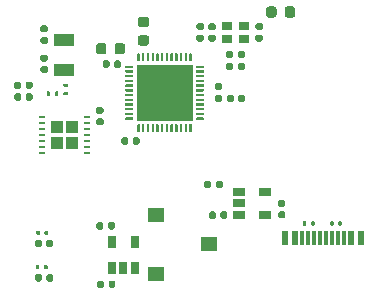
<source format=gtp>
G04 #@! TF.GenerationSoftware,KiCad,Pcbnew,(5.1.6)-1*
G04 #@! TF.CreationDate,2021-04-21T10:38:01+02:00*
G04 #@! TF.ProjectId,LactateStat_v1,4c616374-6174-4655-9374-61745f76312e,rev?*
G04 #@! TF.SameCoordinates,Original*
G04 #@! TF.FileFunction,Paste,Top*
G04 #@! TF.FilePolarity,Positive*
%FSLAX46Y46*%
G04 Gerber Fmt 4.6, Leading zero omitted, Abs format (unit mm)*
G04 Created by KiCad (PCBNEW (5.1.6)-1) date 2021-04-21 10:38:01*
%MOMM*%
%LPD*%
G01*
G04 APERTURE LIST*
%ADD10R,4.700000X4.700000*%
%ADD11R,1.800000X1.000000*%
%ADD12R,0.900000X0.800000*%
%ADD13R,0.600000X1.150000*%
%ADD14R,0.300000X1.150000*%
%ADD15R,1.400000X1.200000*%
%ADD16R,1.060000X0.650000*%
%ADD17R,0.650000X1.060000*%
%ADD18R,0.600000X0.250000*%
%ADD19R,1.050000X1.050000*%
G04 APERTURE END LIST*
G36*
G01*
X144234000Y-101699500D02*
X144234000Y-101900500D01*
G75*
G02*
X144154500Y-101980000I-79500J0D01*
G01*
X143995500Y-101980000D01*
G75*
G02*
X143916000Y-101900500I0J79500D01*
G01*
X143916000Y-101699500D01*
G75*
G02*
X143995500Y-101620000I79500J0D01*
G01*
X144154500Y-101620000D01*
G75*
G02*
X144234000Y-101699500I0J-79500D01*
G01*
G37*
G36*
G01*
X144924000Y-101699500D02*
X144924000Y-101900500D01*
G75*
G02*
X144844500Y-101980000I-79500J0D01*
G01*
X144685500Y-101980000D01*
G75*
G02*
X144606000Y-101900500I0J79500D01*
G01*
X144606000Y-101699500D01*
G75*
G02*
X144685500Y-101620000I79500J0D01*
G01*
X144844500Y-101620000D01*
G75*
G02*
X144924000Y-101699500I0J-79500D01*
G01*
G37*
G36*
G01*
X144566000Y-104800500D02*
X144566000Y-104599500D01*
G75*
G02*
X144645500Y-104520000I79500J0D01*
G01*
X144804500Y-104520000D01*
G75*
G02*
X144884000Y-104599500I0J-79500D01*
G01*
X144884000Y-104800500D01*
G75*
G02*
X144804500Y-104880000I-79500J0D01*
G01*
X144645500Y-104880000D01*
G75*
G02*
X144566000Y-104800500I0J79500D01*
G01*
G37*
G36*
G01*
X143876000Y-104800500D02*
X143876000Y-104599500D01*
G75*
G02*
X143955500Y-104520000I79500J0D01*
G01*
X144114500Y-104520000D01*
G75*
G02*
X144194000Y-104599500I0J-79500D01*
G01*
X144194000Y-104800500D01*
G75*
G02*
X144114500Y-104880000I-79500J0D01*
G01*
X143955500Y-104880000D01*
G75*
G02*
X143876000Y-104800500I0J79500D01*
G01*
G37*
G36*
G01*
X144395000Y-102527500D02*
X144395000Y-102872500D01*
G75*
G02*
X144247500Y-103020000I-147500J0D01*
G01*
X143952500Y-103020000D01*
G75*
G02*
X143805000Y-102872500I0J147500D01*
G01*
X143805000Y-102527500D01*
G75*
G02*
X143952500Y-102380000I147500J0D01*
G01*
X144247500Y-102380000D01*
G75*
G02*
X144395000Y-102527500I0J-147500D01*
G01*
G37*
G36*
G01*
X145365000Y-102527500D02*
X145365000Y-102872500D01*
G75*
G02*
X145217500Y-103020000I-147500J0D01*
G01*
X144922500Y-103020000D01*
G75*
G02*
X144775000Y-102872500I0J147500D01*
G01*
X144775000Y-102527500D01*
G75*
G02*
X144922500Y-102380000I147500J0D01*
G01*
X145217500Y-102380000D01*
G75*
G02*
X145365000Y-102527500I0J-147500D01*
G01*
G37*
G36*
G01*
X144775000Y-105772500D02*
X144775000Y-105427500D01*
G75*
G02*
X144922500Y-105280000I147500J0D01*
G01*
X145217500Y-105280000D01*
G75*
G02*
X145365000Y-105427500I0J-147500D01*
G01*
X145365000Y-105772500D01*
G75*
G02*
X145217500Y-105920000I-147500J0D01*
G01*
X144922500Y-105920000D01*
G75*
G02*
X144775000Y-105772500I0J147500D01*
G01*
G37*
G36*
G01*
X143805000Y-105772500D02*
X143805000Y-105427500D01*
G75*
G02*
X143952500Y-105280000I147500J0D01*
G01*
X144247500Y-105280000D01*
G75*
G02*
X144395000Y-105427500I0J-147500D01*
G01*
X144395000Y-105772500D01*
G75*
G02*
X144247500Y-105920000I-147500J0D01*
G01*
X143952500Y-105920000D01*
G75*
G02*
X143805000Y-105772500I0J147500D01*
G01*
G37*
G36*
G01*
X169094000Y-100899500D02*
X169094000Y-101100500D01*
G75*
G02*
X169014500Y-101180000I-79500J0D01*
G01*
X168855500Y-101180000D01*
G75*
G02*
X168776000Y-101100500I0J79500D01*
G01*
X168776000Y-100899500D01*
G75*
G02*
X168855500Y-100820000I79500J0D01*
G01*
X169014500Y-100820000D01*
G75*
G02*
X169094000Y-100899500I0J-79500D01*
G01*
G37*
G36*
G01*
X169784000Y-100899500D02*
X169784000Y-101100500D01*
G75*
G02*
X169704500Y-101180000I-79500J0D01*
G01*
X169545500Y-101180000D01*
G75*
G02*
X169466000Y-101100500I0J79500D01*
G01*
X169466000Y-100899500D01*
G75*
G02*
X169545500Y-100820000I79500J0D01*
G01*
X169704500Y-100820000D01*
G75*
G02*
X169784000Y-100899500I0J-79500D01*
G01*
G37*
G36*
G01*
X167166000Y-101100500D02*
X167166000Y-100899500D01*
G75*
G02*
X167245500Y-100820000I79500J0D01*
G01*
X167404500Y-100820000D01*
G75*
G02*
X167484000Y-100899500I0J-79500D01*
G01*
X167484000Y-101100500D01*
G75*
G02*
X167404500Y-101180000I-79500J0D01*
G01*
X167245500Y-101180000D01*
G75*
G02*
X167166000Y-101100500I0J79500D01*
G01*
G37*
G36*
G01*
X166476000Y-101100500D02*
X166476000Y-100899500D01*
G75*
G02*
X166555500Y-100820000I79500J0D01*
G01*
X166714500Y-100820000D01*
G75*
G02*
X166794000Y-100899500I0J-79500D01*
G01*
X166794000Y-101100500D01*
G75*
G02*
X166714500Y-101180000I-79500J0D01*
G01*
X166555500Y-101180000D01*
G75*
G02*
X166476000Y-101100500I0J79500D01*
G01*
G37*
G36*
G01*
X144772500Y-84810000D02*
X144427500Y-84810000D01*
G75*
G02*
X144280000Y-84662500I0J147500D01*
G01*
X144280000Y-84367500D01*
G75*
G02*
X144427500Y-84220000I147500J0D01*
G01*
X144772500Y-84220000D01*
G75*
G02*
X144920000Y-84367500I0J-147500D01*
G01*
X144920000Y-84662500D01*
G75*
G02*
X144772500Y-84810000I-147500J0D01*
G01*
G37*
G36*
G01*
X144772500Y-85780000D02*
X144427500Y-85780000D01*
G75*
G02*
X144280000Y-85632500I0J147500D01*
G01*
X144280000Y-85337500D01*
G75*
G02*
X144427500Y-85190000I147500J0D01*
G01*
X144772500Y-85190000D01*
G75*
G02*
X144920000Y-85337500I0J-147500D01*
G01*
X144920000Y-85632500D01*
G75*
G02*
X144772500Y-85780000I-147500J0D01*
G01*
G37*
G36*
G01*
X144772500Y-88265000D02*
X144427500Y-88265000D01*
G75*
G02*
X144280000Y-88117500I0J147500D01*
G01*
X144280000Y-87822500D01*
G75*
G02*
X144427500Y-87675000I147500J0D01*
G01*
X144772500Y-87675000D01*
G75*
G02*
X144920000Y-87822500I0J-147500D01*
G01*
X144920000Y-88117500D01*
G75*
G02*
X144772500Y-88265000I-147500J0D01*
G01*
G37*
G36*
G01*
X144772500Y-87295000D02*
X144427500Y-87295000D01*
G75*
G02*
X144280000Y-87147500I0J147500D01*
G01*
X144280000Y-86852500D01*
G75*
G02*
X144427500Y-86705000I147500J0D01*
G01*
X144772500Y-86705000D01*
G75*
G02*
X144920000Y-86852500I0J-147500D01*
G01*
X144920000Y-87147500D01*
G75*
G02*
X144772500Y-87295000I-147500J0D01*
G01*
G37*
G36*
G01*
X151095000Y-87327500D02*
X151095000Y-87672500D01*
G75*
G02*
X150947500Y-87820000I-147500J0D01*
G01*
X150652500Y-87820000D01*
G75*
G02*
X150505000Y-87672500I0J147500D01*
G01*
X150505000Y-87327500D01*
G75*
G02*
X150652500Y-87180000I147500J0D01*
G01*
X150947500Y-87180000D01*
G75*
G02*
X151095000Y-87327500I0J-147500D01*
G01*
G37*
G36*
G01*
X150125000Y-87327500D02*
X150125000Y-87672500D01*
G75*
G02*
X149977500Y-87820000I-147500J0D01*
G01*
X149682500Y-87820000D01*
G75*
G02*
X149535000Y-87672500I0J147500D01*
G01*
X149535000Y-87327500D01*
G75*
G02*
X149682500Y-87180000I147500J0D01*
G01*
X149977500Y-87180000D01*
G75*
G02*
X150125000Y-87327500I0J-147500D01*
G01*
G37*
G36*
G01*
X152680000Y-93827500D02*
X152680000Y-94172500D01*
G75*
G02*
X152532500Y-94320000I-147500J0D01*
G01*
X152237500Y-94320000D01*
G75*
G02*
X152090000Y-94172500I0J147500D01*
G01*
X152090000Y-93827500D01*
G75*
G02*
X152237500Y-93680000I147500J0D01*
G01*
X152532500Y-93680000D01*
G75*
G02*
X152680000Y-93827500I0J-147500D01*
G01*
G37*
G36*
G01*
X151710000Y-93827500D02*
X151710000Y-94172500D01*
G75*
G02*
X151562500Y-94320000I-147500J0D01*
G01*
X151267500Y-94320000D01*
G75*
G02*
X151120000Y-94172500I0J147500D01*
G01*
X151120000Y-93827500D01*
G75*
G02*
X151267500Y-93680000I147500J0D01*
G01*
X151562500Y-93680000D01*
G75*
G02*
X151710000Y-93827500I0J-147500D01*
G01*
G37*
G36*
G01*
X151437500Y-85943750D02*
X151437500Y-86456250D01*
G75*
G02*
X151218750Y-86675000I-218750J0D01*
G01*
X150781250Y-86675000D01*
G75*
G02*
X150562500Y-86456250I0J218750D01*
G01*
X150562500Y-85943750D01*
G75*
G02*
X150781250Y-85725000I218750J0D01*
G01*
X151218750Y-85725000D01*
G75*
G02*
X151437500Y-85943750I0J-218750D01*
G01*
G37*
G36*
G01*
X149862500Y-85943750D02*
X149862500Y-86456250D01*
G75*
G02*
X149643750Y-86675000I-218750J0D01*
G01*
X149206250Y-86675000D01*
G75*
G02*
X148987500Y-86456250I0J218750D01*
G01*
X148987500Y-85943750D01*
G75*
G02*
X149206250Y-85725000I218750J0D01*
G01*
X149643750Y-85725000D01*
G75*
G02*
X149862500Y-85943750I0J-218750D01*
G01*
G37*
G36*
G01*
X153256250Y-84362500D02*
X152743750Y-84362500D01*
G75*
G02*
X152525000Y-84143750I0J218750D01*
G01*
X152525000Y-83706250D01*
G75*
G02*
X152743750Y-83487500I218750J0D01*
G01*
X153256250Y-83487500D01*
G75*
G02*
X153475000Y-83706250I0J-218750D01*
G01*
X153475000Y-84143750D01*
G75*
G02*
X153256250Y-84362500I-218750J0D01*
G01*
G37*
G36*
G01*
X153256250Y-85937500D02*
X152743750Y-85937500D01*
G75*
G02*
X152525000Y-85718750I0J218750D01*
G01*
X152525000Y-85281250D01*
G75*
G02*
X152743750Y-85062500I218750J0D01*
G01*
X153256250Y-85062500D01*
G75*
G02*
X153475000Y-85281250I0J-218750D01*
G01*
X153475000Y-85718750D01*
G75*
G02*
X153256250Y-85937500I-218750J0D01*
G01*
G37*
G36*
G01*
X157972500Y-84625000D02*
X157627500Y-84625000D01*
G75*
G02*
X157480000Y-84477500I0J147500D01*
G01*
X157480000Y-84182500D01*
G75*
G02*
X157627500Y-84035000I147500J0D01*
G01*
X157972500Y-84035000D01*
G75*
G02*
X158120000Y-84182500I0J-147500D01*
G01*
X158120000Y-84477500D01*
G75*
G02*
X157972500Y-84625000I-147500J0D01*
G01*
G37*
G36*
G01*
X157972500Y-85595000D02*
X157627500Y-85595000D01*
G75*
G02*
X157480000Y-85447500I0J147500D01*
G01*
X157480000Y-85152500D01*
G75*
G02*
X157627500Y-85005000I147500J0D01*
G01*
X157972500Y-85005000D01*
G75*
G02*
X158120000Y-85152500I0J-147500D01*
G01*
X158120000Y-85447500D01*
G75*
G02*
X157972500Y-85595000I-147500J0D01*
G01*
G37*
G36*
G01*
X160005000Y-86872500D02*
X160005000Y-86527500D01*
G75*
G02*
X160152500Y-86380000I147500J0D01*
G01*
X160447500Y-86380000D01*
G75*
G02*
X160595000Y-86527500I0J-147500D01*
G01*
X160595000Y-86872500D01*
G75*
G02*
X160447500Y-87020000I-147500J0D01*
G01*
X160152500Y-87020000D01*
G75*
G02*
X160005000Y-86872500I0J147500D01*
G01*
G37*
G36*
G01*
X160975000Y-86872500D02*
X160975000Y-86527500D01*
G75*
G02*
X161122500Y-86380000I147500J0D01*
G01*
X161417500Y-86380000D01*
G75*
G02*
X161565000Y-86527500I0J-147500D01*
G01*
X161565000Y-86872500D01*
G75*
G02*
X161417500Y-87020000I-147500J0D01*
G01*
X161122500Y-87020000D01*
G75*
G02*
X160975000Y-86872500I0J147500D01*
G01*
G37*
G36*
G01*
X160975000Y-87872500D02*
X160975000Y-87527500D01*
G75*
G02*
X161122500Y-87380000I147500J0D01*
G01*
X161417500Y-87380000D01*
G75*
G02*
X161565000Y-87527500I0J-147500D01*
G01*
X161565000Y-87872500D01*
G75*
G02*
X161417500Y-88020000I-147500J0D01*
G01*
X161122500Y-88020000D01*
G75*
G02*
X160975000Y-87872500I0J147500D01*
G01*
G37*
G36*
G01*
X160005000Y-87872500D02*
X160005000Y-87527500D01*
G75*
G02*
X160152500Y-87380000I147500J0D01*
G01*
X160447500Y-87380000D01*
G75*
G02*
X160595000Y-87527500I0J-147500D01*
G01*
X160595000Y-87872500D01*
G75*
G02*
X160447500Y-88020000I-147500J0D01*
G01*
X160152500Y-88020000D01*
G75*
G02*
X160005000Y-87872500I0J147500D01*
G01*
G37*
G36*
G01*
X159522500Y-90695000D02*
X159177500Y-90695000D01*
G75*
G02*
X159030000Y-90547500I0J147500D01*
G01*
X159030000Y-90252500D01*
G75*
G02*
X159177500Y-90105000I147500J0D01*
G01*
X159522500Y-90105000D01*
G75*
G02*
X159670000Y-90252500I0J-147500D01*
G01*
X159670000Y-90547500D01*
G75*
G02*
X159522500Y-90695000I-147500J0D01*
G01*
G37*
G36*
G01*
X159522500Y-89725000D02*
X159177500Y-89725000D01*
G75*
G02*
X159030000Y-89577500I0J147500D01*
G01*
X159030000Y-89282500D01*
G75*
G02*
X159177500Y-89135000I147500J0D01*
G01*
X159522500Y-89135000D01*
G75*
G02*
X159670000Y-89282500I0J-147500D01*
G01*
X159670000Y-89577500D01*
G75*
G02*
X159522500Y-89725000I-147500J0D01*
G01*
G37*
G36*
G01*
X164262500Y-82843750D02*
X164262500Y-83356250D01*
G75*
G02*
X164043750Y-83575000I-218750J0D01*
G01*
X163606250Y-83575000D01*
G75*
G02*
X163387500Y-83356250I0J218750D01*
G01*
X163387500Y-82843750D01*
G75*
G02*
X163606250Y-82625000I218750J0D01*
G01*
X164043750Y-82625000D01*
G75*
G02*
X164262500Y-82843750I0J-218750D01*
G01*
G37*
G36*
G01*
X165837500Y-82843750D02*
X165837500Y-83356250D01*
G75*
G02*
X165618750Y-83575000I-218750J0D01*
G01*
X165181250Y-83575000D01*
G75*
G02*
X164962500Y-83356250I0J218750D01*
G01*
X164962500Y-82843750D01*
G75*
G02*
X165181250Y-82625000I218750J0D01*
G01*
X165618750Y-82625000D01*
G75*
G02*
X165837500Y-82843750I0J-218750D01*
G01*
G37*
G36*
G01*
X158627500Y-84035000D02*
X158972500Y-84035000D01*
G75*
G02*
X159120000Y-84182500I0J-147500D01*
G01*
X159120000Y-84477500D01*
G75*
G02*
X158972500Y-84625000I-147500J0D01*
G01*
X158627500Y-84625000D01*
G75*
G02*
X158480000Y-84477500I0J147500D01*
G01*
X158480000Y-84182500D01*
G75*
G02*
X158627500Y-84035000I147500J0D01*
G01*
G37*
G36*
G01*
X158627500Y-85005000D02*
X158972500Y-85005000D01*
G75*
G02*
X159120000Y-85152500I0J-147500D01*
G01*
X159120000Y-85447500D01*
G75*
G02*
X158972500Y-85595000I-147500J0D01*
G01*
X158627500Y-85595000D01*
G75*
G02*
X158480000Y-85447500I0J147500D01*
G01*
X158480000Y-85152500D01*
G75*
G02*
X158627500Y-85005000I147500J0D01*
G01*
G37*
G36*
G01*
X162972500Y-84625000D02*
X162627500Y-84625000D01*
G75*
G02*
X162480000Y-84477500I0J147500D01*
G01*
X162480000Y-84182500D01*
G75*
G02*
X162627500Y-84035000I147500J0D01*
G01*
X162972500Y-84035000D01*
G75*
G02*
X163120000Y-84182500I0J-147500D01*
G01*
X163120000Y-84477500D01*
G75*
G02*
X162972500Y-84625000I-147500J0D01*
G01*
G37*
G36*
G01*
X162972500Y-85595000D02*
X162627500Y-85595000D01*
G75*
G02*
X162480000Y-85447500I0J147500D01*
G01*
X162480000Y-85152500D01*
G75*
G02*
X162627500Y-85005000I147500J0D01*
G01*
X162972500Y-85005000D01*
G75*
G02*
X163120000Y-85152500I0J-147500D01*
G01*
X163120000Y-85447500D01*
G75*
G02*
X162972500Y-85595000I-147500J0D01*
G01*
G37*
G36*
G01*
X160055000Y-90572500D02*
X160055000Y-90227500D01*
G75*
G02*
X160202500Y-90080000I147500J0D01*
G01*
X160497500Y-90080000D01*
G75*
G02*
X160645000Y-90227500I0J-147500D01*
G01*
X160645000Y-90572500D01*
G75*
G02*
X160497500Y-90720000I-147500J0D01*
G01*
X160202500Y-90720000D01*
G75*
G02*
X160055000Y-90572500I0J147500D01*
G01*
G37*
G36*
G01*
X161025000Y-90572500D02*
X161025000Y-90227500D01*
G75*
G02*
X161172500Y-90080000I147500J0D01*
G01*
X161467500Y-90080000D01*
G75*
G02*
X161615000Y-90227500I0J-147500D01*
G01*
X161615000Y-90572500D01*
G75*
G02*
X161467500Y-90720000I-147500J0D01*
G01*
X161172500Y-90720000D01*
G75*
G02*
X161025000Y-90572500I0J147500D01*
G01*
G37*
D10*
X154784001Y-89925000D03*
G36*
G01*
X152514001Y-86600000D02*
X152654001Y-86600000D01*
G75*
G02*
X152684001Y-86630000I0J-30000D01*
G01*
X152684001Y-87220000D01*
G75*
G02*
X152654001Y-87250000I-30000J0D01*
G01*
X152514001Y-87250000D01*
G75*
G02*
X152484001Y-87220000I0J30000D01*
G01*
X152484001Y-86630000D01*
G75*
G02*
X152514001Y-86600000I30000J0D01*
G01*
G37*
G36*
G01*
X152914001Y-86600000D02*
X153054001Y-86600000D01*
G75*
G02*
X153084001Y-86630000I0J-30000D01*
G01*
X153084001Y-87220000D01*
G75*
G02*
X153054001Y-87250000I-30000J0D01*
G01*
X152914001Y-87250000D01*
G75*
G02*
X152884001Y-87220000I0J30000D01*
G01*
X152884001Y-86630000D01*
G75*
G02*
X152914001Y-86600000I30000J0D01*
G01*
G37*
G36*
G01*
X153314001Y-86600000D02*
X153454001Y-86600000D01*
G75*
G02*
X153484001Y-86630000I0J-30000D01*
G01*
X153484001Y-87220000D01*
G75*
G02*
X153454001Y-87250000I-30000J0D01*
G01*
X153314001Y-87250000D01*
G75*
G02*
X153284001Y-87220000I0J30000D01*
G01*
X153284001Y-86630000D01*
G75*
G02*
X153314001Y-86600000I30000J0D01*
G01*
G37*
G36*
G01*
X153714001Y-86600000D02*
X153854001Y-86600000D01*
G75*
G02*
X153884001Y-86630000I0J-30000D01*
G01*
X153884001Y-87220000D01*
G75*
G02*
X153854001Y-87250000I-30000J0D01*
G01*
X153714001Y-87250000D01*
G75*
G02*
X153684001Y-87220000I0J30000D01*
G01*
X153684001Y-86630000D01*
G75*
G02*
X153714001Y-86600000I30000J0D01*
G01*
G37*
G36*
G01*
X154114001Y-86600000D02*
X154254001Y-86600000D01*
G75*
G02*
X154284001Y-86630000I0J-30000D01*
G01*
X154284001Y-87220000D01*
G75*
G02*
X154254001Y-87250000I-30000J0D01*
G01*
X154114001Y-87250000D01*
G75*
G02*
X154084001Y-87220000I0J30000D01*
G01*
X154084001Y-86630000D01*
G75*
G02*
X154114001Y-86600000I30000J0D01*
G01*
G37*
G36*
G01*
X154514001Y-86600000D02*
X154654001Y-86600000D01*
G75*
G02*
X154684001Y-86630000I0J-30000D01*
G01*
X154684001Y-87220000D01*
G75*
G02*
X154654001Y-87250000I-30000J0D01*
G01*
X154514001Y-87250000D01*
G75*
G02*
X154484001Y-87220000I0J30000D01*
G01*
X154484001Y-86630000D01*
G75*
G02*
X154514001Y-86600000I30000J0D01*
G01*
G37*
G36*
G01*
X154914001Y-86600000D02*
X155054001Y-86600000D01*
G75*
G02*
X155084001Y-86630000I0J-30000D01*
G01*
X155084001Y-87220000D01*
G75*
G02*
X155054001Y-87250000I-30000J0D01*
G01*
X154914001Y-87250000D01*
G75*
G02*
X154884001Y-87220000I0J30000D01*
G01*
X154884001Y-86630000D01*
G75*
G02*
X154914001Y-86600000I30000J0D01*
G01*
G37*
G36*
G01*
X155314001Y-86600000D02*
X155454001Y-86600000D01*
G75*
G02*
X155484001Y-86630000I0J-30000D01*
G01*
X155484001Y-87220000D01*
G75*
G02*
X155454001Y-87250000I-30000J0D01*
G01*
X155314001Y-87250000D01*
G75*
G02*
X155284001Y-87220000I0J30000D01*
G01*
X155284001Y-86630000D01*
G75*
G02*
X155314001Y-86600000I30000J0D01*
G01*
G37*
G36*
G01*
X155714001Y-86600000D02*
X155854001Y-86600000D01*
G75*
G02*
X155884001Y-86630000I0J-30000D01*
G01*
X155884001Y-87220000D01*
G75*
G02*
X155854001Y-87250000I-30000J0D01*
G01*
X155714001Y-87250000D01*
G75*
G02*
X155684001Y-87220000I0J30000D01*
G01*
X155684001Y-86630000D01*
G75*
G02*
X155714001Y-86600000I30000J0D01*
G01*
G37*
G36*
G01*
X156114001Y-86600000D02*
X156254001Y-86600000D01*
G75*
G02*
X156284001Y-86630000I0J-30000D01*
G01*
X156284001Y-87220000D01*
G75*
G02*
X156254001Y-87250000I-30000J0D01*
G01*
X156114001Y-87250000D01*
G75*
G02*
X156084001Y-87220000I0J30000D01*
G01*
X156084001Y-86630000D01*
G75*
G02*
X156114001Y-86600000I30000J0D01*
G01*
G37*
G36*
G01*
X156514001Y-86600000D02*
X156654001Y-86600000D01*
G75*
G02*
X156684001Y-86630000I0J-30000D01*
G01*
X156684001Y-87220000D01*
G75*
G02*
X156654001Y-87250000I-30000J0D01*
G01*
X156514001Y-87250000D01*
G75*
G02*
X156484001Y-87220000I0J30000D01*
G01*
X156484001Y-86630000D01*
G75*
G02*
X156514001Y-86600000I30000J0D01*
G01*
G37*
G36*
G01*
X156914001Y-86600000D02*
X157054001Y-86600000D01*
G75*
G02*
X157084001Y-86630000I0J-30000D01*
G01*
X157084001Y-87220000D01*
G75*
G02*
X157054001Y-87250000I-30000J0D01*
G01*
X156914001Y-87250000D01*
G75*
G02*
X156884001Y-87220000I0J30000D01*
G01*
X156884001Y-86630000D01*
G75*
G02*
X156914001Y-86600000I30000J0D01*
G01*
G37*
G36*
G01*
X158109001Y-87655000D02*
X158109001Y-87795000D01*
G75*
G02*
X158079001Y-87825000I-30000J0D01*
G01*
X157489001Y-87825000D01*
G75*
G02*
X157459001Y-87795000I0J30000D01*
G01*
X157459001Y-87655000D01*
G75*
G02*
X157489001Y-87625000I30000J0D01*
G01*
X158079001Y-87625000D01*
G75*
G02*
X158109001Y-87655000I0J-30000D01*
G01*
G37*
G36*
G01*
X158109001Y-88055000D02*
X158109001Y-88195000D01*
G75*
G02*
X158079001Y-88225000I-30000J0D01*
G01*
X157489001Y-88225000D01*
G75*
G02*
X157459001Y-88195000I0J30000D01*
G01*
X157459001Y-88055000D01*
G75*
G02*
X157489001Y-88025000I30000J0D01*
G01*
X158079001Y-88025000D01*
G75*
G02*
X158109001Y-88055000I0J-30000D01*
G01*
G37*
G36*
G01*
X158109001Y-88455000D02*
X158109001Y-88595000D01*
G75*
G02*
X158079001Y-88625000I-30000J0D01*
G01*
X157489001Y-88625000D01*
G75*
G02*
X157459001Y-88595000I0J30000D01*
G01*
X157459001Y-88455000D01*
G75*
G02*
X157489001Y-88425000I30000J0D01*
G01*
X158079001Y-88425000D01*
G75*
G02*
X158109001Y-88455000I0J-30000D01*
G01*
G37*
G36*
G01*
X158109001Y-88855000D02*
X158109001Y-88995000D01*
G75*
G02*
X158079001Y-89025000I-30000J0D01*
G01*
X157489001Y-89025000D01*
G75*
G02*
X157459001Y-88995000I0J30000D01*
G01*
X157459001Y-88855000D01*
G75*
G02*
X157489001Y-88825000I30000J0D01*
G01*
X158079001Y-88825000D01*
G75*
G02*
X158109001Y-88855000I0J-30000D01*
G01*
G37*
G36*
G01*
X158109001Y-89255000D02*
X158109001Y-89395000D01*
G75*
G02*
X158079001Y-89425000I-30000J0D01*
G01*
X157489001Y-89425000D01*
G75*
G02*
X157459001Y-89395000I0J30000D01*
G01*
X157459001Y-89255000D01*
G75*
G02*
X157489001Y-89225000I30000J0D01*
G01*
X158079001Y-89225000D01*
G75*
G02*
X158109001Y-89255000I0J-30000D01*
G01*
G37*
G36*
G01*
X158109001Y-89655000D02*
X158109001Y-89795000D01*
G75*
G02*
X158079001Y-89825000I-30000J0D01*
G01*
X157489001Y-89825000D01*
G75*
G02*
X157459001Y-89795000I0J30000D01*
G01*
X157459001Y-89655000D01*
G75*
G02*
X157489001Y-89625000I30000J0D01*
G01*
X158079001Y-89625000D01*
G75*
G02*
X158109001Y-89655000I0J-30000D01*
G01*
G37*
G36*
G01*
X158109001Y-90055000D02*
X158109001Y-90195000D01*
G75*
G02*
X158079001Y-90225000I-30000J0D01*
G01*
X157489001Y-90225000D01*
G75*
G02*
X157459001Y-90195000I0J30000D01*
G01*
X157459001Y-90055000D01*
G75*
G02*
X157489001Y-90025000I30000J0D01*
G01*
X158079001Y-90025000D01*
G75*
G02*
X158109001Y-90055000I0J-30000D01*
G01*
G37*
G36*
G01*
X158109001Y-90455000D02*
X158109001Y-90595000D01*
G75*
G02*
X158079001Y-90625000I-30000J0D01*
G01*
X157489001Y-90625000D01*
G75*
G02*
X157459001Y-90595000I0J30000D01*
G01*
X157459001Y-90455000D01*
G75*
G02*
X157489001Y-90425000I30000J0D01*
G01*
X158079001Y-90425000D01*
G75*
G02*
X158109001Y-90455000I0J-30000D01*
G01*
G37*
G36*
G01*
X158109001Y-90855000D02*
X158109001Y-90995000D01*
G75*
G02*
X158079001Y-91025000I-30000J0D01*
G01*
X157489001Y-91025000D01*
G75*
G02*
X157459001Y-90995000I0J30000D01*
G01*
X157459001Y-90855000D01*
G75*
G02*
X157489001Y-90825000I30000J0D01*
G01*
X158079001Y-90825000D01*
G75*
G02*
X158109001Y-90855000I0J-30000D01*
G01*
G37*
G36*
G01*
X158109001Y-91255000D02*
X158109001Y-91395000D01*
G75*
G02*
X158079001Y-91425000I-30000J0D01*
G01*
X157489001Y-91425000D01*
G75*
G02*
X157459001Y-91395000I0J30000D01*
G01*
X157459001Y-91255000D01*
G75*
G02*
X157489001Y-91225000I30000J0D01*
G01*
X158079001Y-91225000D01*
G75*
G02*
X158109001Y-91255000I0J-30000D01*
G01*
G37*
G36*
G01*
X158109001Y-91655000D02*
X158109001Y-91795000D01*
G75*
G02*
X158079001Y-91825000I-30000J0D01*
G01*
X157489001Y-91825000D01*
G75*
G02*
X157459001Y-91795000I0J30000D01*
G01*
X157459001Y-91655000D01*
G75*
G02*
X157489001Y-91625000I30000J0D01*
G01*
X158079001Y-91625000D01*
G75*
G02*
X158109001Y-91655000I0J-30000D01*
G01*
G37*
G36*
G01*
X158109001Y-92055000D02*
X158109001Y-92195000D01*
G75*
G02*
X158079001Y-92225000I-30000J0D01*
G01*
X157489001Y-92225000D01*
G75*
G02*
X157459001Y-92195000I0J30000D01*
G01*
X157459001Y-92055000D01*
G75*
G02*
X157489001Y-92025000I30000J0D01*
G01*
X158079001Y-92025000D01*
G75*
G02*
X158109001Y-92055000I0J-30000D01*
G01*
G37*
G36*
G01*
X157054001Y-93250000D02*
X156914001Y-93250000D01*
G75*
G02*
X156884001Y-93220000I0J30000D01*
G01*
X156884001Y-92630000D01*
G75*
G02*
X156914001Y-92600000I30000J0D01*
G01*
X157054001Y-92600000D01*
G75*
G02*
X157084001Y-92630000I0J-30000D01*
G01*
X157084001Y-93220000D01*
G75*
G02*
X157054001Y-93250000I-30000J0D01*
G01*
G37*
G36*
G01*
X156654001Y-93250000D02*
X156514001Y-93250000D01*
G75*
G02*
X156484001Y-93220000I0J30000D01*
G01*
X156484001Y-92630000D01*
G75*
G02*
X156514001Y-92600000I30000J0D01*
G01*
X156654001Y-92600000D01*
G75*
G02*
X156684001Y-92630000I0J-30000D01*
G01*
X156684001Y-93220000D01*
G75*
G02*
X156654001Y-93250000I-30000J0D01*
G01*
G37*
G36*
G01*
X156254001Y-93250000D02*
X156114001Y-93250000D01*
G75*
G02*
X156084001Y-93220000I0J30000D01*
G01*
X156084001Y-92630000D01*
G75*
G02*
X156114001Y-92600000I30000J0D01*
G01*
X156254001Y-92600000D01*
G75*
G02*
X156284001Y-92630000I0J-30000D01*
G01*
X156284001Y-93220000D01*
G75*
G02*
X156254001Y-93250000I-30000J0D01*
G01*
G37*
G36*
G01*
X155854001Y-93250000D02*
X155714001Y-93250000D01*
G75*
G02*
X155684001Y-93220000I0J30000D01*
G01*
X155684001Y-92630000D01*
G75*
G02*
X155714001Y-92600000I30000J0D01*
G01*
X155854001Y-92600000D01*
G75*
G02*
X155884001Y-92630000I0J-30000D01*
G01*
X155884001Y-93220000D01*
G75*
G02*
X155854001Y-93250000I-30000J0D01*
G01*
G37*
G36*
G01*
X155454001Y-93250000D02*
X155314001Y-93250000D01*
G75*
G02*
X155284001Y-93220000I0J30000D01*
G01*
X155284001Y-92630000D01*
G75*
G02*
X155314001Y-92600000I30000J0D01*
G01*
X155454001Y-92600000D01*
G75*
G02*
X155484001Y-92630000I0J-30000D01*
G01*
X155484001Y-93220000D01*
G75*
G02*
X155454001Y-93250000I-30000J0D01*
G01*
G37*
G36*
G01*
X155054001Y-93250000D02*
X154914001Y-93250000D01*
G75*
G02*
X154884001Y-93220000I0J30000D01*
G01*
X154884001Y-92630000D01*
G75*
G02*
X154914001Y-92600000I30000J0D01*
G01*
X155054001Y-92600000D01*
G75*
G02*
X155084001Y-92630000I0J-30000D01*
G01*
X155084001Y-93220000D01*
G75*
G02*
X155054001Y-93250000I-30000J0D01*
G01*
G37*
G36*
G01*
X154654001Y-93250000D02*
X154514001Y-93250000D01*
G75*
G02*
X154484001Y-93220000I0J30000D01*
G01*
X154484001Y-92630000D01*
G75*
G02*
X154514001Y-92600000I30000J0D01*
G01*
X154654001Y-92600000D01*
G75*
G02*
X154684001Y-92630000I0J-30000D01*
G01*
X154684001Y-93220000D01*
G75*
G02*
X154654001Y-93250000I-30000J0D01*
G01*
G37*
G36*
G01*
X154254001Y-93250000D02*
X154114001Y-93250000D01*
G75*
G02*
X154084001Y-93220000I0J30000D01*
G01*
X154084001Y-92630000D01*
G75*
G02*
X154114001Y-92600000I30000J0D01*
G01*
X154254001Y-92600000D01*
G75*
G02*
X154284001Y-92630000I0J-30000D01*
G01*
X154284001Y-93220000D01*
G75*
G02*
X154254001Y-93250000I-30000J0D01*
G01*
G37*
G36*
G01*
X153854001Y-93250000D02*
X153714001Y-93250000D01*
G75*
G02*
X153684001Y-93220000I0J30000D01*
G01*
X153684001Y-92630000D01*
G75*
G02*
X153714001Y-92600000I30000J0D01*
G01*
X153854001Y-92600000D01*
G75*
G02*
X153884001Y-92630000I0J-30000D01*
G01*
X153884001Y-93220000D01*
G75*
G02*
X153854001Y-93250000I-30000J0D01*
G01*
G37*
G36*
G01*
X153454001Y-93250000D02*
X153314001Y-93250000D01*
G75*
G02*
X153284001Y-93220000I0J30000D01*
G01*
X153284001Y-92630000D01*
G75*
G02*
X153314001Y-92600000I30000J0D01*
G01*
X153454001Y-92600000D01*
G75*
G02*
X153484001Y-92630000I0J-30000D01*
G01*
X153484001Y-93220000D01*
G75*
G02*
X153454001Y-93250000I-30000J0D01*
G01*
G37*
G36*
G01*
X153054001Y-93250000D02*
X152914001Y-93250000D01*
G75*
G02*
X152884001Y-93220000I0J30000D01*
G01*
X152884001Y-92630000D01*
G75*
G02*
X152914001Y-92600000I30000J0D01*
G01*
X153054001Y-92600000D01*
G75*
G02*
X153084001Y-92630000I0J-30000D01*
G01*
X153084001Y-93220000D01*
G75*
G02*
X153054001Y-93250000I-30000J0D01*
G01*
G37*
G36*
G01*
X152654001Y-93250000D02*
X152514001Y-93250000D01*
G75*
G02*
X152484001Y-93220000I0J30000D01*
G01*
X152484001Y-92630000D01*
G75*
G02*
X152514001Y-92600000I30000J0D01*
G01*
X152654001Y-92600000D01*
G75*
G02*
X152684001Y-92630000I0J-30000D01*
G01*
X152684001Y-93220000D01*
G75*
G02*
X152654001Y-93250000I-30000J0D01*
G01*
G37*
G36*
G01*
X151459001Y-92195000D02*
X151459001Y-92055000D01*
G75*
G02*
X151489001Y-92025000I30000J0D01*
G01*
X152079001Y-92025000D01*
G75*
G02*
X152109001Y-92055000I0J-30000D01*
G01*
X152109001Y-92195000D01*
G75*
G02*
X152079001Y-92225000I-30000J0D01*
G01*
X151489001Y-92225000D01*
G75*
G02*
X151459001Y-92195000I0J30000D01*
G01*
G37*
G36*
G01*
X151459001Y-91795000D02*
X151459001Y-91655000D01*
G75*
G02*
X151489001Y-91625000I30000J0D01*
G01*
X152079001Y-91625000D01*
G75*
G02*
X152109001Y-91655000I0J-30000D01*
G01*
X152109001Y-91795000D01*
G75*
G02*
X152079001Y-91825000I-30000J0D01*
G01*
X151489001Y-91825000D01*
G75*
G02*
X151459001Y-91795000I0J30000D01*
G01*
G37*
G36*
G01*
X151459001Y-91395000D02*
X151459001Y-91255000D01*
G75*
G02*
X151489001Y-91225000I30000J0D01*
G01*
X152079001Y-91225000D01*
G75*
G02*
X152109001Y-91255000I0J-30000D01*
G01*
X152109001Y-91395000D01*
G75*
G02*
X152079001Y-91425000I-30000J0D01*
G01*
X151489001Y-91425000D01*
G75*
G02*
X151459001Y-91395000I0J30000D01*
G01*
G37*
G36*
G01*
X151459001Y-90995000D02*
X151459001Y-90855000D01*
G75*
G02*
X151489001Y-90825000I30000J0D01*
G01*
X152079001Y-90825000D01*
G75*
G02*
X152109001Y-90855000I0J-30000D01*
G01*
X152109001Y-90995000D01*
G75*
G02*
X152079001Y-91025000I-30000J0D01*
G01*
X151489001Y-91025000D01*
G75*
G02*
X151459001Y-90995000I0J30000D01*
G01*
G37*
G36*
G01*
X151459001Y-90595000D02*
X151459001Y-90455000D01*
G75*
G02*
X151489001Y-90425000I30000J0D01*
G01*
X152079001Y-90425000D01*
G75*
G02*
X152109001Y-90455000I0J-30000D01*
G01*
X152109001Y-90595000D01*
G75*
G02*
X152079001Y-90625000I-30000J0D01*
G01*
X151489001Y-90625000D01*
G75*
G02*
X151459001Y-90595000I0J30000D01*
G01*
G37*
G36*
G01*
X151459001Y-90195000D02*
X151459001Y-90055000D01*
G75*
G02*
X151489001Y-90025000I30000J0D01*
G01*
X152079001Y-90025000D01*
G75*
G02*
X152109001Y-90055000I0J-30000D01*
G01*
X152109001Y-90195000D01*
G75*
G02*
X152079001Y-90225000I-30000J0D01*
G01*
X151489001Y-90225000D01*
G75*
G02*
X151459001Y-90195000I0J30000D01*
G01*
G37*
G36*
G01*
X151459001Y-89795000D02*
X151459001Y-89655000D01*
G75*
G02*
X151489001Y-89625000I30000J0D01*
G01*
X152079001Y-89625000D01*
G75*
G02*
X152109001Y-89655000I0J-30000D01*
G01*
X152109001Y-89795000D01*
G75*
G02*
X152079001Y-89825000I-30000J0D01*
G01*
X151489001Y-89825000D01*
G75*
G02*
X151459001Y-89795000I0J30000D01*
G01*
G37*
G36*
G01*
X151459001Y-89395000D02*
X151459001Y-89255000D01*
G75*
G02*
X151489001Y-89225000I30000J0D01*
G01*
X152079001Y-89225000D01*
G75*
G02*
X152109001Y-89255000I0J-30000D01*
G01*
X152109001Y-89395000D01*
G75*
G02*
X152079001Y-89425000I-30000J0D01*
G01*
X151489001Y-89425000D01*
G75*
G02*
X151459001Y-89395000I0J30000D01*
G01*
G37*
G36*
G01*
X151459001Y-88995000D02*
X151459001Y-88855000D01*
G75*
G02*
X151489001Y-88825000I30000J0D01*
G01*
X152079001Y-88825000D01*
G75*
G02*
X152109001Y-88855000I0J-30000D01*
G01*
X152109001Y-88995000D01*
G75*
G02*
X152079001Y-89025000I-30000J0D01*
G01*
X151489001Y-89025000D01*
G75*
G02*
X151459001Y-88995000I0J30000D01*
G01*
G37*
G36*
G01*
X151459001Y-88595000D02*
X151459001Y-88455000D01*
G75*
G02*
X151489001Y-88425000I30000J0D01*
G01*
X152079001Y-88425000D01*
G75*
G02*
X152109001Y-88455000I0J-30000D01*
G01*
X152109001Y-88595000D01*
G75*
G02*
X152079001Y-88625000I-30000J0D01*
G01*
X151489001Y-88625000D01*
G75*
G02*
X151459001Y-88595000I0J30000D01*
G01*
G37*
G36*
G01*
X151459001Y-88195000D02*
X151459001Y-88055000D01*
G75*
G02*
X151489001Y-88025000I30000J0D01*
G01*
X152079001Y-88025000D01*
G75*
G02*
X152109001Y-88055000I0J-30000D01*
G01*
X152109001Y-88195000D01*
G75*
G02*
X152079001Y-88225000I-30000J0D01*
G01*
X151489001Y-88225000D01*
G75*
G02*
X151459001Y-88195000I0J30000D01*
G01*
G37*
G36*
G01*
X151459001Y-87795000D02*
X151459001Y-87655000D01*
G75*
G02*
X151489001Y-87625000I30000J0D01*
G01*
X152079001Y-87625000D01*
G75*
G02*
X152109001Y-87655000I0J-30000D01*
G01*
X152109001Y-87795000D01*
G75*
G02*
X152079001Y-87825000I-30000J0D01*
G01*
X151489001Y-87825000D01*
G75*
G02*
X151459001Y-87795000I0J30000D01*
G01*
G37*
D11*
X146300000Y-88000000D03*
X146300000Y-85500000D03*
D12*
X161500000Y-84265000D03*
X160100000Y-84265000D03*
X160100000Y-85365000D03*
X161500000Y-85365000D03*
G36*
G01*
X164872500Y-99595000D02*
X164527500Y-99595000D01*
G75*
G02*
X164380000Y-99447500I0J147500D01*
G01*
X164380000Y-99152500D01*
G75*
G02*
X164527500Y-99005000I147500J0D01*
G01*
X164872500Y-99005000D01*
G75*
G02*
X165020000Y-99152500I0J-147500D01*
G01*
X165020000Y-99447500D01*
G75*
G02*
X164872500Y-99595000I-147500J0D01*
G01*
G37*
G36*
G01*
X164872500Y-100565000D02*
X164527500Y-100565000D01*
G75*
G02*
X164380000Y-100417500I0J147500D01*
G01*
X164380000Y-100122500D01*
G75*
G02*
X164527500Y-99975000I147500J0D01*
G01*
X164872500Y-99975000D01*
G75*
G02*
X165020000Y-100122500I0J-147500D01*
G01*
X165020000Y-100417500D01*
G75*
G02*
X164872500Y-100565000I-147500J0D01*
G01*
G37*
G36*
G01*
X160095000Y-100127500D02*
X160095000Y-100472500D01*
G75*
G02*
X159947500Y-100620000I-147500J0D01*
G01*
X159652500Y-100620000D01*
G75*
G02*
X159505000Y-100472500I0J147500D01*
G01*
X159505000Y-100127500D01*
G75*
G02*
X159652500Y-99980000I147500J0D01*
G01*
X159947500Y-99980000D01*
G75*
G02*
X160095000Y-100127500I0J-147500D01*
G01*
G37*
G36*
G01*
X159125000Y-100127500D02*
X159125000Y-100472500D01*
G75*
G02*
X158977500Y-100620000I-147500J0D01*
G01*
X158682500Y-100620000D01*
G75*
G02*
X158535000Y-100472500I0J147500D01*
G01*
X158535000Y-100127500D01*
G75*
G02*
X158682500Y-99980000I147500J0D01*
G01*
X158977500Y-99980000D01*
G75*
G02*
X159125000Y-100127500I0J-147500D01*
G01*
G37*
G36*
G01*
X149660000Y-105977500D02*
X149660000Y-106322500D01*
G75*
G02*
X149512500Y-106470000I-147500J0D01*
G01*
X149217500Y-106470000D01*
G75*
G02*
X149070000Y-106322500I0J147500D01*
G01*
X149070000Y-105977500D01*
G75*
G02*
X149217500Y-105830000I147500J0D01*
G01*
X149512500Y-105830000D01*
G75*
G02*
X149660000Y-105977500I0J-147500D01*
G01*
G37*
G36*
G01*
X150630000Y-105977500D02*
X150630000Y-106322500D01*
G75*
G02*
X150482500Y-106470000I-147500J0D01*
G01*
X150187500Y-106470000D01*
G75*
G02*
X150040000Y-106322500I0J147500D01*
G01*
X150040000Y-105977500D01*
G75*
G02*
X150187500Y-105830000I147500J0D01*
G01*
X150482500Y-105830000D01*
G75*
G02*
X150630000Y-105977500I0J-147500D01*
G01*
G37*
G36*
G01*
X150580000Y-101027500D02*
X150580000Y-101372500D01*
G75*
G02*
X150432500Y-101520000I-147500J0D01*
G01*
X150137500Y-101520000D01*
G75*
G02*
X149990000Y-101372500I0J147500D01*
G01*
X149990000Y-101027500D01*
G75*
G02*
X150137500Y-100880000I147500J0D01*
G01*
X150432500Y-100880000D01*
G75*
G02*
X150580000Y-101027500I0J-147500D01*
G01*
G37*
G36*
G01*
X149610000Y-101027500D02*
X149610000Y-101372500D01*
G75*
G02*
X149462500Y-101520000I-147500J0D01*
G01*
X149167500Y-101520000D01*
G75*
G02*
X149020000Y-101372500I0J147500D01*
G01*
X149020000Y-101027500D01*
G75*
G02*
X149167500Y-100880000I147500J0D01*
G01*
X149462500Y-100880000D01*
G75*
G02*
X149610000Y-101027500I0J-147500D01*
G01*
G37*
G36*
G01*
X149472500Y-91725000D02*
X149127500Y-91725000D01*
G75*
G02*
X148980000Y-91577500I0J147500D01*
G01*
X148980000Y-91282500D01*
G75*
G02*
X149127500Y-91135000I147500J0D01*
G01*
X149472500Y-91135000D01*
G75*
G02*
X149620000Y-91282500I0J-147500D01*
G01*
X149620000Y-91577500D01*
G75*
G02*
X149472500Y-91725000I-147500J0D01*
G01*
G37*
G36*
G01*
X149472500Y-92695000D02*
X149127500Y-92695000D01*
G75*
G02*
X148980000Y-92547500I0J147500D01*
G01*
X148980000Y-92252500D01*
G75*
G02*
X149127500Y-92105000I147500J0D01*
G01*
X149472500Y-92105000D01*
G75*
G02*
X149620000Y-92252500I0J-147500D01*
G01*
X149620000Y-92547500D01*
G75*
G02*
X149472500Y-92695000I-147500J0D01*
G01*
G37*
G36*
G01*
X146500500Y-89469000D02*
X146299500Y-89469000D01*
G75*
G02*
X146220000Y-89389500I0J79500D01*
G01*
X146220000Y-89230500D01*
G75*
G02*
X146299500Y-89151000I79500J0D01*
G01*
X146500500Y-89151000D01*
G75*
G02*
X146580000Y-89230500I0J-79500D01*
G01*
X146580000Y-89389500D01*
G75*
G02*
X146500500Y-89469000I-79500J0D01*
G01*
G37*
G36*
G01*
X146500500Y-90159000D02*
X146299500Y-90159000D01*
G75*
G02*
X146220000Y-90079500I0J79500D01*
G01*
X146220000Y-89920500D01*
G75*
G02*
X146299500Y-89841000I79500J0D01*
G01*
X146500500Y-89841000D01*
G75*
G02*
X146580000Y-89920500I0J-79500D01*
G01*
X146580000Y-90079500D01*
G75*
G02*
X146500500Y-90159000I-79500J0D01*
G01*
G37*
G36*
G01*
X143615000Y-89127500D02*
X143615000Y-89472500D01*
G75*
G02*
X143467500Y-89620000I-147500J0D01*
G01*
X143172500Y-89620000D01*
G75*
G02*
X143025000Y-89472500I0J147500D01*
G01*
X143025000Y-89127500D01*
G75*
G02*
X143172500Y-88980000I147500J0D01*
G01*
X143467500Y-88980000D01*
G75*
G02*
X143615000Y-89127500I0J-147500D01*
G01*
G37*
G36*
G01*
X142645000Y-89127500D02*
X142645000Y-89472500D01*
G75*
G02*
X142497500Y-89620000I-147500J0D01*
G01*
X142202500Y-89620000D01*
G75*
G02*
X142055000Y-89472500I0J147500D01*
G01*
X142055000Y-89127500D01*
G75*
G02*
X142202500Y-88980000I147500J0D01*
G01*
X142497500Y-88980000D01*
G75*
G02*
X142645000Y-89127500I0J-147500D01*
G01*
G37*
D13*
X165000000Y-102245000D03*
X171400000Y-102245000D03*
X165800000Y-102245000D03*
X170600000Y-102245000D03*
D14*
X168450000Y-102245000D03*
X167950000Y-102245000D03*
X168950000Y-102245000D03*
X169450000Y-102245000D03*
X169950000Y-102245000D03*
X167450000Y-102245000D03*
X166950000Y-102245000D03*
X166450000Y-102245000D03*
G36*
G01*
X158725000Y-97527500D02*
X158725000Y-97872500D01*
G75*
G02*
X158577500Y-98020000I-147500J0D01*
G01*
X158282500Y-98020000D01*
G75*
G02*
X158135000Y-97872500I0J147500D01*
G01*
X158135000Y-97527500D01*
G75*
G02*
X158282500Y-97380000I147500J0D01*
G01*
X158577500Y-97380000D01*
G75*
G02*
X158725000Y-97527500I0J-147500D01*
G01*
G37*
G36*
G01*
X159695000Y-97527500D02*
X159695000Y-97872500D01*
G75*
G02*
X159547500Y-98020000I-147500J0D01*
G01*
X159252500Y-98020000D01*
G75*
G02*
X159105000Y-97872500I0J147500D01*
G01*
X159105000Y-97527500D01*
G75*
G02*
X159252500Y-97380000I147500J0D01*
G01*
X159547500Y-97380000D01*
G75*
G02*
X159695000Y-97527500I0J-147500D01*
G01*
G37*
G36*
G01*
X145799000Y-89899500D02*
X145799000Y-90100500D01*
G75*
G02*
X145719500Y-90180000I-79500J0D01*
G01*
X145560500Y-90180000D01*
G75*
G02*
X145481000Y-90100500I0J79500D01*
G01*
X145481000Y-89899500D01*
G75*
G02*
X145560500Y-89820000I79500J0D01*
G01*
X145719500Y-89820000D01*
G75*
G02*
X145799000Y-89899500I0J-79500D01*
G01*
G37*
G36*
G01*
X145109000Y-89899500D02*
X145109000Y-90100500D01*
G75*
G02*
X145029500Y-90180000I-79500J0D01*
G01*
X144870500Y-90180000D01*
G75*
G02*
X144791000Y-90100500I0J79500D01*
G01*
X144791000Y-89899500D01*
G75*
G02*
X144870500Y-89820000I79500J0D01*
G01*
X145029500Y-89820000D01*
G75*
G02*
X145109000Y-89899500I0J-79500D01*
G01*
G37*
G36*
G01*
X142645000Y-90127500D02*
X142645000Y-90472500D01*
G75*
G02*
X142497500Y-90620000I-147500J0D01*
G01*
X142202500Y-90620000D01*
G75*
G02*
X142055000Y-90472500I0J147500D01*
G01*
X142055000Y-90127500D01*
G75*
G02*
X142202500Y-89980000I147500J0D01*
G01*
X142497500Y-89980000D01*
G75*
G02*
X142645000Y-90127500I0J-147500D01*
G01*
G37*
G36*
G01*
X143615000Y-90127500D02*
X143615000Y-90472500D01*
G75*
G02*
X143467500Y-90620000I-147500J0D01*
G01*
X143172500Y-90620000D01*
G75*
G02*
X143025000Y-90472500I0J147500D01*
G01*
X143025000Y-90127500D01*
G75*
G02*
X143172500Y-89980000I147500J0D01*
G01*
X143467500Y-89980000D01*
G75*
G02*
X143615000Y-90127500I0J-147500D01*
G01*
G37*
D15*
X154050000Y-100250000D03*
X158550000Y-102750000D03*
X154050000Y-105250000D03*
D16*
X163300000Y-98350000D03*
X163300000Y-100250000D03*
X161100000Y-100250000D03*
X161100000Y-99300000D03*
X161100000Y-98350000D03*
D17*
X150350000Y-104800000D03*
X151300000Y-104800000D03*
X152250000Y-104800000D03*
X152250000Y-102600000D03*
X150350000Y-102600000D03*
D18*
X144400000Y-95000000D03*
X144400000Y-94500000D03*
X144400000Y-94000000D03*
X144400000Y-93500000D03*
X144400000Y-93000000D03*
X144400000Y-92500000D03*
X144400000Y-92000000D03*
X148200000Y-92000000D03*
X148200000Y-92500000D03*
X148200000Y-93000000D03*
X148200000Y-93500000D03*
X148200000Y-94000000D03*
X148200000Y-94500000D03*
X148200000Y-95000000D03*
D19*
X146950000Y-94150000D03*
X145650000Y-94150000D03*
X145650000Y-92850000D03*
X146950000Y-92850000D03*
M02*

</source>
